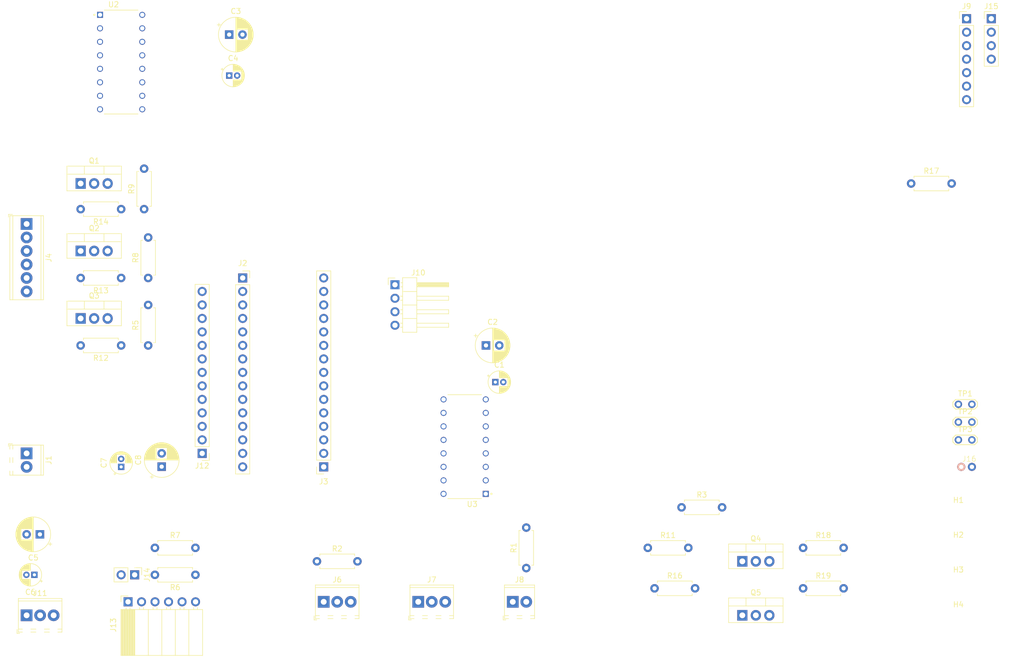
<source format=kicad_pcb>
(kicad_pcb (version 20221018) (generator pcbnew)
  (layers (0 "F.Cu" signal) (31 "B.Cu" signal) (34 "B.Paste" user) (35 "F.Paste" user) (36 "B.SilkS" user "B.Silkscreen") (37 "F.SilkS" user "F.Silkscreen") (38 "B.Mask" user) (39 "F.Mask" user) (44 "Edge.Cuts" user))
  (net 0 "")
  (net 1 "/VIN")
  (net 2 "/A0")
  (net 3 "/RSV1")
  (net 4 "/SD3")
  (net 5 "/SD2")
  (net 6 "/SD1")
  (net 7 "/CMD")
  (net 8 "/SD0")
  (net 9 "/CLK")
  (net 10 "/VCC")
  (net 11 "/EN")
  (net 12 "/RST")
  (net 13 "/RX")
  (net 14 "/D8")
  (net 15 "/D6")
  (net 16 "/D5")
  (net 17 "/D4")
  (net 18 "/D3")
  (net 19 "/D0")
  (net 20 "/WATER_DAT")
  (net 21 "/LIGHT_DAT")
  (net 22 "/Y3")
  (net 23 "/Y2")
  (net 24 "/Y1")
  (net 25 "/Y0")
  (net 26 "/X3")
  (net 27 "/RSV2")
  (net 28 "/INH")
  (net 29 "/Y")
  (net 30 "/SDA")
  (net 31 "/SCL")
  (net 32 "/T0")
  (net 33 "/P0")
  (net 34 "/D7")
  (net 35 "/TX")
  (net 36 "/Do")
  (net 37 "/S0")
  (net 38 "/S1")
  (net 39 "/S2")
  (net 40 "/VCCR")
  (net 41 "/R_LED")
  (net 42 "Earth")
  (net 43 "/P0R")
  (net 44 "Net-(J4-Pin_2)")
  (net 45 "Net-(J4-Pin_3)")
  (net 46 "Net-(J4-Pin_4)")
  (net 47 "Net-(Q1-G)")
  (net 48 "Net-(Q2-G)")
  (net 49 "Net-(Q3-G)")
  (net 50 "/D35V")
  (net 51 "Net-(Q4-G)")
  (net 52 "Net-(Q4-D)")
  (footprint "TerminalBlock_Phoenix:TerminalBlock_Phoenix_MPT-0,5-3-2.54_1x03_P2.54mm_Horizontal" (layer "F.Cu") (at 162.56 142.24)
    (fp_text reference "J7" (at 2.54 -4.16) (layer "F.SilkS"))
    (fp_text value "Water_sensor_terminal")
    (pad "" np_thru_hole circle (at 0 2.54) (size 1.1 1.1) (drill 1.1) (layers "*.Cu" "*.Mask"))
    (pad "" np_thru_hole circle (at 2.54 2.54) (size 1.1 1.1) (drill 1.1) (layers "*.Cu" "*.Mask"))
    (pad "" np_thru_hole circle (at 5.08 2.54) (size 1.1 1.1) (drill 1.1) (layers "*.Cu" "*.Mask"))
    (pad "1" thru_hole rect (at 0 0) (size 2.2 2.2) (drill 1.1) (layers "*.Cu" "*.Mask") (net 42 "Earth"))
    (pad "2" thru_hole circle (at 2.54 0) (size 2.2 2.2) (drill 1.1) (layers "*.Cu" "*.Mask") (net 20 "/WATER_DAT"))
    (pad "3" thru_hole circle (at 5.08 0) (size 2.2 2.2) (drill 1.1) (layers "*.Cu" "*.Mask") (net 10 "/VCC"))
  )
  (footprint "Resistor_THT:R_Axial_DIN0207_L6.3mm_D2.5mm_P7.62mm_Horizontal" (layer "F.Cu") (at 106.68 68.326 180)
    (fp_text reference "R14" (at 3.81 -2.37) (layer "F.SilkS"))
    (fp_text value "4.7kR")
    (pad "1" thru_hole circle (at 0 0 180) (size 1.6 1.6) (drill 0.8) (layers "*.Cu" "*.Mask") (net 39 "/S2"))
    (pad "2" thru_hole oval (at 7.62 0 180) (size 1.6 1.6) (drill 0.8) (layers "*.Cu" "*.Mask") (net 47 "Net-(Q1-G)"))
  )
  (footprint "Resistor_THT:R_Axial_DIN0207_L6.3mm_D2.5mm_P7.62mm_Horizontal" (layer "F.Cu") (at 106.68 81.28 180)
    (fp_text reference "R13" (at 3.81 -2.37) (layer "F.SilkS"))
    (fp_text value "4.7kR")
    (pad "1" thru_hole circle (at 0 0 180) (size 1.6 1.6) (drill 0.8) (layers "*.Cu" "*.Mask") (net 38 "/S1"))
    (pad "2" thru_hole oval (at 7.62 0 180) (size 1.6 1.6) (drill 0.8) (layers "*.Cu" "*.Mask") (net 48 "Net-(Q2-G)"))
  )
  (footprint "Resistor_THT:R_Axial_DIN0207_L6.3mm_D2.5mm_P7.62mm_Horizontal" (layer "F.Cu") (at 111.76 81.28 90)
    (fp_text reference "R8" (at 3.81 -2.37 90) (layer "F.SilkS"))
    (fp_text value "10kR")
    (pad "1" thru_hole circle (at 0 0 90) (size 1.6 1.6) (drill 0.8) (layers "*.Cu" "*.Mask") (net 38 "/S1"))
    (pad "2" thru_hole oval (at 7.62 0 90) (size 1.6 1.6) (drill 0.8) (layers "*.Cu" "*.Mask") (net 42 "Earth"))
  )
  (footprint "CD4052BE:DIP794W45P254L1969H508Q16" (layer "F.Cu") (at 171.29 113.03 180)
    (fp_text reference "U3" (at -1.425 -10.835) (layer "F.SilkS"))
    (fp_text value "CD4052B")
    (pad "1" thru_hole rect (at -3.97 -8.89 180) (size 1.13 1.13) (drill 0.78) (layers "*.Cu" "*.Mask") (net 25 "/Y0"))
    (pad "2" thru_hole circle (at -3.97 -6.35 180) (size 1.13 1.13) (drill 0.78) (layers "*.Cu" "*.Mask") (net 23 "/Y2"))
    (pad "3" thru_hole circle (at -3.97 -3.81 180) (size 1.13 1.13) (drill 0.78) (layers "*.Cu" "*.Mask") (net 29 "/Y"))
    (pad "4" thru_hole circle (at -3.97 -1.27 180) (size 1.13 1.13) (drill 0.78) (layers "*.Cu" "*.Mask") (net 22 "/Y3"))
    (pad "5" thru_hole circle (at -3.97 1.27 180) (size 1.13 1.13) (drill 0.78) (layers "*.Cu" "*.Mask") (net 24 "/Y1"))
    (pad "6" thru_hole circle (at -3.97 3.81 180) (size 1.13 1.13) (drill 0.78) (layers "*.Cu" "*.Mask") (net 28 "/INH"))
    (pad "7" thru_hole circle (at -3.97 6.35 180) (size 1.13 1.13) (drill 0.78) (layers "*.Cu" "*.Mask") (net 42 "Earth"))
    (pad "8" thru_hole circle (at -3.97 8.89 180) (size 1.13 1.13) (drill 0.78) (layers "*.Cu" "*.Mask") (net 42 "Earth"))
    (pad "9" thru_hole circle (at 3.97 8.89 180) (size 1.13 1.13) (drill 0.78) (layers "*.Cu" "*.Mask") (net 34 "/D7"))
    (pad "10" thru_hole circle (at 3.97 6.35 180) (size 1.13 1.13) (drill 0.78) (layers "*.Cu" "*.Mask") (net 14 "/D8"))
    (pad "11" thru_hole circle (at 3.97 3.81 180) (size 1.13 1.13) (drill 0.78) (layers "*.Cu" "*.Mask") (net 26 "/X3"))
    (pad "12" thru_hole circle (at 3.97 1.27 180) (size 1.13 1.13) (drill 0.78) (layers "*.Cu" "*.Mask") (net 43 "/P0R"))
    (pad "13" thru_hole circle (at 3.97 -1.27 180) (size 1.13 1.13) (drill 0.78) (layers "*.Cu" "*.Mask") (net 2 "/A0"))
    (pad "14" thru_hole circle (at 3.97 -3.81 180) (size 1.13 1.13) (drill 0.78) (layers "*.Cu" "*.Mask") (net 21 "/LIGHT_DAT"))
    (pad "15" thru_hole circle (at 3.97 -6.35 180) (size 1.13 1.13) (drill 0.78) (layers "*.Cu" "*.Mask") (net 20 "/WATER_DAT"))
    (pad "16" thru_hole circle (at 3.97 -8.89 180) (size 1.13 1.13) (drill 0.78) (layers "*.Cu" "*.Mask") (net 1 "/VIN"))
  )
  (footprint "MountingHole:MountingHole_2.5mm" (layer "F.Cu") (at 264.16 146.25)
    (fp_text reference "H4" (at 0 -3.5) (layer "F.SilkS"))
    (fp_text value "MountingHole")
    (pad "" np_thru_hole circle (at 0 0) (size 2.5 2.5) (drill 2.5) (layers "*.Cu" "*.Mask"))
  )
  (footprint "Package_TO_SOT_THT:TO-220-3_Vertical" (layer "F.Cu") (at 223.52 144.78)
    (fp_text reference "Q5" (at 2.54 -4.27) (layer "F.SilkS"))
    (fp_text value "IRLZ34N")
    (pad "1" thru_hole rect (at 0 0) (size 1.905 2) (drill 1.1) (layers "*.Cu" "*.Mask") (net 52 "Net-(Q4-D)"))
    (pad "2" thru_hole oval (at 2.54 0) (size 1.905 2) (drill 1.1) (layers "*.Cu" "*.Mask") (net 50 "/D35V"))
    (pad "3" thru_hole oval (at 5.08 0) (size 1.905 2) (drill 1.1) (layers "*.Cu" "*.Mask") (net 42 "Earth"))
  )
  (footprint "TerminalBlock_Phoenix:TerminalBlock_Phoenix_MPT-0,5-6-2.54_1x06_P2.54mm_Horizontal" (layer "F.Cu") (at 88.9 71.12 -90)
    (fp_text reference "J4" (at 6.35 -4.16 90) (layer "F.SilkS"))
    (fp_text value "Relay_terminal")
    (pad "1" thru_hole rect (at 0 0 270) (size 2.2 2.2) (drill 1.1) (layers "*.Cu" "*.Mask") (net 42 "Earth"))
    (pad "2" thru_hole circle (at 2.54 0 270) (size 2.2 2.2) (drill 1.1) (layers "*.Cu" "*.Mask") (net 44 "Net-(J4-Pin_2)"))
    (pad "3" thru_hole circle (at 5.08 0 270) (size 2.2 2.2) (drill 1.1) (layers "*.Cu" "*.Mask") (net 45 "Net-(J4-Pin_3)"))
    (pad "4" thru_hole circle (at 7.62 0 270) (size 2.2 2.2) (drill 1.1) (layers "*.Cu" "*.Mask") (net 46 "Net-(J4-Pin_4)"))
    (pad "5" thru_hole circle (at 10.16 0 270) (size 2.2 2.2) (drill 1.1) (layers "*.Cu" "*.Mask") (net 42 "Earth"))
    (pad "6" thru_hole circle (at 12.7 0 270) (size 2.2 2.2) (drill 1.1) (layers "*.Cu" "*.Mask") (net 1 "/VIN"))
  )
  (footprint "Connector_PinHeader_2.54mm:PinHeader_1x13_P2.54mm_Vertical" (layer "F.Cu") (at 121.92 114.3 180)
    (fp_text reference "J12" (at 0 -2.33) (layer "F.SilkS"))
    (fp_text value "ESP_pins")
    (pad "1" thru_hole rect (at 0 0 180) (size 1.7 1.7) (drill 1) (layers "*.Cu" "*.Mask") (net 42 "Earth"))
    (pad "2" thru_hole oval (at 0 2.54 180) (size 1.7 1.7) (drill 1) (layers "*.Cu" "*.Mask") (net 12 "/RST"))
    (pad "3" thru_hole oval (at 0 5.08 180) (size 1.7 1.7) (drill 1) (layers "*.Cu" "*.Mask") (net 11 "/EN"))
    (pad "4" thru_hole oval (at 0 7.62 180) (size 1.7 1.7) (drill 1) (layers "*.Cu" "*.Mask") (net 10 "/VCC"))
    (pad "5" thru_hole oval (at 0 10.16 180) (size 1.7 1.7) (drill 1) (layers "*.Cu" "*.Mask") (net 42 "Earth"))
    (pad "6" thru_hole oval (at 0 12.7 180) (size 1.7 1.7) (drill 1) (layers "*.Cu" "*.Mask") (net 9 "/CLK"))
    (pad "7" thru_hole oval (at 0 15.24 180) (size 1.7 1.7) (drill 1) (layers "*.Cu" "*.Mask") (net 8 "/SD0"))
    (pad "8" thru_hole oval (at 0 17.78 180) (size 1.7 1.7) (drill 1) (layers "*.Cu" "*.Mask") (net 7 "/CMD"))
    (pad "9" thru_hole oval (at 0 20.32 180) (size 1.7 1.7) (drill 1) (layers "*.Cu" "*.Mask") (net 6 "/SD1"))
    (pad "10" thru_hole oval (at 0 22.86 180) (size 1.7 1.7) (drill 1) (layers "*.Cu" "*.Mask") (net 5 "/SD2"))
    (pad "11" thru_hole oval (at 0 25.4 180) (size 1.7 1.7) (drill 1) (layers "*.Cu" "*.Mask") (net 4 "/SD3"))
    (pad "12" thru_hole oval (at 0 27.94 180) (size 1.7 1.7) (drill 1) (layers "*.Cu" "*.Mask") (net 27 "/RSV2"))
    (pad "13" thru_hole oval (at 0 30.48 180) (size 1.7 1.7) (drill 1) (layers "*.Cu" "*.Mask") (net 3 "/RSV1"))
  )
  (footprint "TerminalBlock_Phoenix:TerminalBlock_Phoenix_MPT-0,5-3-2.54_1x03_P2.54mm_Horizontal" (layer "F.Cu") (at 88.9 144.78)
    (fp_text reference "J11" (at 2.54 -4.16) (layer "F.SilkS"))
    (fp_text value "Servo pins")
    (pad "" np_thru_hole circle (at 0 2.54) (size 1.1 1.1) (drill 1.1) (layers "*.Cu" "*.Mask"))
    (pad "" np_thru_hole circle (at 2.54 2.54) (size 1.1 1.1) (drill 1.1) (layers "*.Cu" "*.Mask"))
    (pad "" np_thru_hole circle (at 5.08 2.54) (size 1.1 1.1) (drill 1.1) (layers "*.Cu" "*.Mask"))
    (pad "1" thru_hole rect (at 0 0) (size 2.2 2.2) (drill 1.1) (layers "*.Cu" "*.Mask") (net 42 "Earth"))
    (pad "2" thru_hole circle (at 2.54 0) (size 2.2 2.2) (drill 1.1) (layers "*.Cu" "*.Mask") (net 1 "/VIN"))
    (pad "3" thru_hole circle (at 5.08 0) (size 2.2 2.2) (drill 1.1) (layers "*.Cu" "*.Mask") (net 50 "/D35V"))
  )
  (footprint "Capacitor_THT:CP_Radial_D4.0mm_P1.50mm" (layer "F.Cu") (at 106.68 116.84 90)
    (fp_text reference "C7" (at 0.75 -3.25 90) (layer "F.SilkS"))
    (fp_text value "0.1uF")
    (pad "1" thru_hole rect (at 0 0 90) (size 1.2 1.2) (drill 0.6) (layers "*.Cu" "*.Mask") (net 42 "Earth"))
    (pad "2" thru_hole circle (at 1.5 0 90) (size 1.2 1.2) (drill 0.6) (layers "*.Cu" "*.Mask") (net 1 "/VIN"))
  )
  (footprint "Resistor_THT:R_Axial_DIN0207_L6.3mm_D2.5mm_P7.62mm_Horizontal" (layer "F.Cu") (at 255.27 63.5)
    (fp_text reference "R17" (at 3.81 -2.37) (layer "F.SilkS"))
    (fp_text value "470R")
    (pad "1" thru_hole circle (at 0 0) (size 1.6 1.6) (drill 0.8) (layers "*.Cu" "*.Mask") (net 40 "/VCCR"))
    (pad "2" thru_hole oval (at 7.62 0) (size 1.6 1.6) (drill 0.8) (layers "*.Cu" "*.Mask") (net 10 "/VCC"))
  )
  (footprint "Resistor_THT:R_Axial_DIN0207_L6.3mm_D2.5mm_P7.62mm_Horizontal" (layer "F.Cu") (at 120.65 137.16 180)
    (fp_text reference "R6" (at 3.81 -2.37) (layer "F.SilkS"))
    (fp_text value "1KR")
    (pad "1" thru_hole circle (at 0 0 180) (size 1.6 1.6) (drill 0.8) (layers "*.Cu" "*.Mask") (net 43 "/P0R"))
    (pad "2" thru_hole oval (at 7.62 0 180) (size 1.6 1.6) (drill 0.8) (layers "*.Cu" "*.Mask") (net 33 "/P0"))
  )
  (footprint "MountingHole:MountingHole_2.5mm" (layer "F.Cu") (at 264.16 126.6)
    (fp_text reference "H1" (at 0 -3.5) (layer "F.SilkS"))
    (fp_text value "MountingHole")
    (pad "" np_thru_hole circle (at 0 0) (size 2.5 2.5) (drill 2.5) (layers "*.Cu" "*.Mask"))
  )
  (footprint "Capacitor_THT:CP_Radial_D4.0mm_P1.50mm" (layer "F.Cu") (at 177.064801 100.885)
    (fp_text reference "C1" (at 0.75 -3.25) (layer "F.SilkS"))
    (fp_text value "0.1uF")
    (pad "1" thru_hole rect (at 0 0) (size 1.2 1.2) (drill 0.6) (layers "*.Cu" "*.Mask") (net 42 "Earth"))
    (pad "2" thru_hole circle (at 1.5 0) (size 1.2 1.2) (drill 0.6) (layers "*.Cu" "*.Mask") (net 1 "/VIN"))
  )
  (footprint "Package_TO_SOT_THT:TO-220-3_Vertical" (layer "F.Cu") (at 99.06 63.5)
    (fp_text reference "Q1" (at 2.54 -4.27) (layer "F.SilkS"))
    (fp_text value "IRLZ34N")
    (pad "1" thru_hole rect (at 0 0) (size 1.905 2) (drill 1.1) (layers "*.Cu" "*.Mask") (net 47 "Net-(Q1-G)"))
    (pad "2" thru_hole oval (at 2.54 0) (size 1.905 2) (drill 1.1) (layers "*.Cu" "*.Mask") (net 44 "Net-(J4-Pin_2)"))
    (pad "3" thru_hole oval (at 5.08 0) (size 1.905 2) (drill 1.1) (layers "*.Cu" "*.Mask") (net 42 "Earth"))
  )
  (footprint "CD4052BE:DIP794W45P254L1969H508Q16" (layer "F.Cu") (at 106.68 40.64)
    (fp_text reference "U2" (at -1.425 -10.835) (layer "F.SilkS"))
    (fp_text value "74HC595")
    (pad "1" thru_hole rect (at -3.97 -8.89) (size 1.13 1.13) (drill 0.78) (layers "*.Cu" "*.Mask") (net 37 "/S0"))
    (pad "2" thru_hole circle (at -3.97 -6.35) (size 1.13 1.13) (drill 0.78) (layers "*.Cu" "*.Mask") (net 38 "/S1"))
    (pad "3" thru_hole circle (at -3.97 -3.81) (size 1.13 1.13) (drill 0.78) (layers "*.Cu" "*.Mask") (net 39 "/S2"))
    (pad "4" thru_hole circle (at -3.97 -1.27) (size 1.13 1.13) (drill 0.78) (layers "*.Cu" "*.Mask") (net 42 "Earth"))
    (pad "5" thru_hole circle (at -3.97 1.27) (size 1.13 1.13) (drill 0.78) (layers "*.Cu" "*.Mask") (net 41 "/R_LED"))
    (pad "6" thru_hole circle (at -3.97 3.81) (size 1.13 1.13) (drill 0.78) (layers "*.Cu" "*.Mask") (net 42 "Earth"))
    (pad "7" thru_hole circle (at -3.97 6.35) (size 1.13 1.13) (drill 0.78) (layers "*.Cu" "*.Mask") (net 42 "Earth"))
    (pad "8" thru_hole circle (at -3.97 8.89) (size 1.13 1.13) (drill 0.78) (layers "*.Cu" "*.Mask") (net 42 "Earth"))
    (pad "9" thru_hole circle (at 3.97 8.89) (size 1.13 1.13) (drill 0.78) (layers "*.Cu" "*.Mask") (net 42 "Earth"))
    (pad "10" thru_hole circle (at 3.97 6.35) (size 1.13 1.13) (drill 0.78) (layers "*.Cu" "*.Mask") (net 10 "/VCC"))
    (pad "11" thru_hole circle (at 3.97 3.81) (size 1.13 1.13) (drill 0.78) (layers "*.Cu" "*.Mask") (net 16 "/D5"))
    (pad "12" thru_hole circle (at 3.97 1.27) (size 1.13 1.13) (drill 0.78) (layers "*.Cu" "*.Mask") (net 15 "/D6"))
    (pad "13" thru_hole circle (at 3.97 -1.27) (size 1.13 1.13) (drill 0.78) (layers "*.Cu" "*.Mask") (net 42 "Earth"))
    (pad "14" thru_hole circle (at 3.97 -3.81) (size 1.13 1.13) (drill 0.78) (layers "*.Cu" "*.Mask") (net 19 "/D0"))
    (pad "15" thru_hole circle (at 3.97 -6.35) (size 1.13 1.13) (drill 0.78) (layers "*.Cu" "*.Mask") (net 42 "Earth"))
    (pad "16" thru_hole circle (at 3.97 -8.89) (size 1.13 1.13) (drill 0.78) (layers "*.Cu" "*.Mask") (net 10 "/VCC"))
  )
  (footprint "Capacitor_THT:CP_Radial_D6.3mm_P2.50mm" (layer "F.Cu") (at 175.3 93.98)
    (fp_text reference "C2" (at 1.25 -4.4) (layer "F.SilkS"))
    (fp_text value "10uF")
    (pad "1" thru_hole rect (at 0 0) (size 1.6 1.6) (drill 0.8) (layers "*.Cu" "*.Mask") (net 42 "Earth"))
    (pad "2" thru_hole circle (at 2.5 0) (size 1.6 1.6) (drill 0.8) (layers "*.Cu" "*.Mask") (net 1 "/VIN"))
  )
  (footprint "Package_TO_SOT_THT:TO-220-3_Vertical" (layer "F.Cu") (at 223.52 134.62)
    (fp_text reference "Q4" (at 2.54 -4.27) (layer "F.SilkS"))
    (fp_text value "IRLZ34N")
    (pad "1" thru_hole rect (at 0 0) (size 1.905 2) (drill 1.1) (layers "*.Cu" "*.Mask") (net 51 "Net-(Q4-G)"))
    (pad "2" thru_hole oval (at 2.54 0) (size 1.905 2) (drill 1.1) (layers "*.Cu" "*.Mask") (net 52 "Net-(Q4-D)"))
    (pad "3" thru_hole oval (at 5.08 0) (size 1.905 2) (drill 1.1) (layers "*.Cu" "*.Mask") (net 42 "Earth"))
  )
  (footprint "Package_TO_SOT_THT:TO-220-3_Vertical" (layer "F.Cu") (at 99.06 76.2)
    (fp_text reference "Q2" (at 2.54 -4.27) (layer "F.SilkS"))
    (fp_text value "IRLZ34N")
    (pad "1" thru_hole rect (at 0 0) (size 1.905 2) (drill 1.1) (layers "*.Cu" "*.Mask") (net 48 "Net-(Q2-G)"))
    (pad "2" thru_hole oval (at 2.54 0) (size 1.905 2) (drill 1.1) (layers "*.Cu" "*.Mask") (net 45 "Net-(J4-Pin_3)"))
    (pad "3" thru_hole oval (at 5.08 0) (size 1.905 2) (drill 1.1) (layers "*.Cu" "*.Mask") (net 42 "Earth"))
  )
  (footprint "MountingHole:MountingHole_2.5mm" (layer "F.Cu") (at 264.16 139.7)
    (fp_text reference "H3" (at 0 -3.5) (layer "F.SilkS"))
    (fp_text value "MountingHole")
    (pad "" np_thru_hole circle (at 0 0) (size 2.5 2.5) (drill 2.5) (layers "*.Cu" "*.Mask"))
  )
  (footprint "TestPoint:TestPoint_2Pads_Pitch2.54mm_Drill0.8mm" (layer "F.Cu") (at 264.16 108.41)
    (fp_text reference "TP2" (at 1.3 -2) (layer "F.SilkS"))
    (fp_text value "LED_common_an")
    (pad "1" thru_hole circle (at 0 0) (size 1.4 1.4) (drill 0.8) (layers "*.Cu" "*.Mask") (net 40 "/VCCR"))
    (pad "2" thru_hole circle (at 2.54 0) (size 1.4 1.4) (drill 0.8) (layers "*.Cu" "*.Mask"))
  )
  (footprint "NXW:NXW-02P" (layer "F.Cu") (at 264.7 116.84)
    (fp_text reference "J16" (at 1.5 -1.5 unlocked) (layer "F.SilkS") (effects (font (thickness 0.1))))
    (fp_text value "Reset_button_terminal")
    (pad "1" thru_hole circle (at 2 0) (size 1.524 1.524) (drill 0.83) (layers "*.Cu" "*.Mask") (net 12 "/RST"))
    (pad "2" thru_hole circle (at 0 0) (size 1.524 1.524) (drill 0.83) (layers "*.Cu" "*.Mask" "B.SilkS") (net 42 "Earth"))
  )
  (footprint "Connector_PinHeader_2.54mm:PinHeader_1x04_P2.54mm_Vertical" (layer "F.Cu") (at 270.35 32.475)
    (fp_text reference "J15" (at 0 -2.33) (layer "F.SilkS"))
    (fp_text value "Power & RX-TX")
    (pad "1" thru_hole rect (at 0 0) (size 1.7 1.7) (drill 1) (layers "*.Cu" "*.Mask") (net 35 "/TX"))
    (pad "2" thru_hole oval (at 0 2.54) (size 1.7 1.7) (drill 1) (layers "*.Cu" "*.Mask") (net 13 "/RX"))
    (pad "3" thru_hole oval (at 0 5.08) (size 1.7 1.7) (drill 1) (layers "*.Cu" "*.Mask") (net 10 "/VCC"))
    (pad "4" thru_hole oval (at 0 7.62) (size 1.7 1.7) (drill 1) (layers "*.Cu" "*.Mask") (net 42 "Earth"))
  )
  (footprint "TerminalBlock_Phoenix:TerminalBlock_Phoenix_MPT-0,5-2-2.54_1x02_P2.54mm_Horizontal" (layer "F.Cu") (at 88.9 114.3 -90)
    (fp_text reference "J1" (at 1.27 -4.16 90) (layer "F.SilkS"))
    (fp_text value "Power_terminal")
    (pad "" np_thru_hole circle (at 0 2.54 270) (size 1.1 1.1) (drill 1.1) (layers "*.Cu" "*.Mask"))
    (pad "" np_thru_hole circle (at 2.54 2.54 270) (size 1.1 1.1) (drill 1.1) (layers "*.Cu" "*.Mask"))
    (pad "1" thru_hole rect (at 0 0 270) (size 2.2 2.2) (drill 1.1) (layers "*.Cu" "*.Mask") (net 42 "Earth"))
    (pad "2" thru_hole circle (at 2.54 0 270) (size 2.2 2.2) (drill 1.1) (layers "*.Cu" "*.Mask") (net 1 "/VIN"))
  )
  (footprint "Resistor_THT:R_Axial_DIN0207_L6.3mm_D2.5mm_P7.62mm_Horizontal" (layer "F.Cu") (at 113.03 132.08)
    (fp_text reference "R7" (at 3.81 -2.37) (layer "F.SilkS"))
    (fp_text value "2KR")
    (pad "1" thru_hole circle (at 0 0) (size 1.6 1.6) (drill 0.8) (layers "*.Cu" "*.Mask") (net 42 "Earth"))
    (pad "2" thru_hole oval (at 7.62 0) (size 1.6 1.6) (drill 0.8) (layers "*.Cu" "*.Mask") (net 43 "/P0R"))
  )
  (footprint "TerminalBlock_Phoenix:TerminalBlock_Phoenix_MPT-0,5-3-2.54_1x03_P2.54mm_Horizontal" (layer "F.Cu") (at 144.78 142.24)
    (fp_text reference "J6" (at 2.54 -4.16) (layer "F.SilkS"))
    (fp_text value "Temp_sensor_terminal")
    (pad "" np_thru_hole circle (at 0 2.54) (size 1.1 1.1) (drill 1.1) (layers "*.Cu" "*.Mask"))
    (pad "" np_thru_hole circle (at 2.54 2.54) (size 1.1 1.1) (drill 1.1) (layers "*.Cu" "*.Mask"))
    (pad "" np_thru_hole circle (at 5.08 2.54) (size 1.1 1.1) (drill 1.1) (layers "*.Cu" "*.Mask"))
    (pad "1" thru_hole rect (at 0 0) (size 2.2 2.2) (drill 1.1) (layers "*.Cu" "*.Mask") (net 42 "Earth"))
    (pad "2" thru_hole circle (at 2.54 0) (size 2.2 2.2) (drill 1.1) (layers "*.Cu" "*.Mask") (net 10 "/VCC"))
    (pad "3" thru_hole circle (at 5.08 0) (size 2.2 2.2) (drill 1.1) (layers "*.Cu" "*.Mask") (net 17 "/D4"))
  )
  (footprint "Connector_PinHeader_2.54mm:PinHeader_1x07_P2.54mm_Vertical" (layer "F.Cu") (at 265.7 32.475)
    (fp_text reference "J9" (at 0 -2.33) (layer "F.SilkS"))
    (fp_text value "MUX_pins")
    (pad "1" thru_hole rect (at 0 0) (size 1.7 1.7) (drill 1) (layers "*.Cu" "*.Mask") (net 29 "/Y"))
    (pad "2" thru_hole oval (at 0 2.54) (size 1.7 1.7) (drill 1) (layers "*.Cu" "*.Mask") (net 28 "/INH"))
    (pad "3" thru_hole oval (at 0 5.08) (size 1.7 1.7) (drill 1) (layers "*.Cu" "*.Mask") (net 26 "/X3"))
    (pad "4" thru_hole oval (at 0 7.62) (size 1.7 1.7) (drill 1) (layers "*.Cu" "*.Mask") (net 22 "/Y3"))
    (pad "5" thru_hole oval (at 0 10.16) (size 1.7 1.7) (drill 1) (layers "*.Cu" "*.Mask") (net 23 "/Y2"))
    (pad "6" thru_hole oval (at 0 12.7) (size 1.7 1.7) (drill 1) (layers "*.Cu" "*.Mask") (net 24 "/Y1"))
    (pad "7" thru_hole oval (at 0 15.24) (size 1.7 1.7) (drill 1) (layers "*.Cu" "*.Mask") (net 25 "/Y0"))
  )
  (footprint "TestPoint:TestPoint_2Pads_Pitch2.54mm_Drill0.8mm" (layer "F.Cu") (at 264.16 105.06)
    (fp_text reference "TP1" (at 1.3 -2) (layer "F.SilkS"))
    (fp_text value "LED_an_G")
    (pad "1" thru_hole circle (at 0 0) (size 1.4 1.4) (drill 0.8) (layers "*.Cu" "*.Mask") (net 42 "Earth"))
    (pad "2" thru_hole circle (at 2.54 0) (size 1.4 1.4) (drill 0.8) (layers "*.Cu" "*.Mask"))
  )
  (footprint "Capacitor_THT:CP_Radial_D4.0mm_P1.50mm" (layer "F.Cu") (at 90.36 137.16 180)
    (fp_text reference "C6" (at 0.75 -3.25) (layer "F.SilkS"))
    (fp_text value "0.1uF")
    (pad "1" thru_hole rect (at 0 0 180) (size 1.2 1.2) (drill 0.6) (layers "*.Cu" "*.Mask") (net 1 "/VIN"))
    (pad "2" thru_hole circle (at 1.5 0 180) (size 1.2 1.2) (drill 0.6) (layers "*.Cu" "*.Mask") (net 42 "Earth"))
  )
  (footprint "Resistor_THT:R_Axial_DIN0207_L6.3mm_D2.5mm_P7.62mm_Horizontal" (layer "F.Cu") (at 111.76 93.98 90)
    (fp_text reference "R5" (at 3.81 -2.37 90) (layer "F.SilkS"))
    (fp_text value "10kR")
    (pad "1" thru_hole circle (at 0 0 90) (size 1.6 1.6) (drill 0.8) (layers "*.Cu" "*.Mask") (net 37 "/S0"))
    (pad "2" thru_hole oval (at 7.62 0 90) (size 1.6 1.6) (drill 0.8) (layers "*.Cu" "*.Mask") (net 42 "Earth"))
  )
  (footprint "Connector_PinSocket_2.54mm:PinSocket_1x15_P2.54mm_Vertical" (layer "F.Cu") (at 144.78 116.84 180)
    (fp_text reference "J3" (at 0 -2.77) (layer "F.SilkS"))
    (fp_text value "ESP right side sockets")
    (pad "1" thru_hole rect (at 0 0 180) (size 1.7 1.7) (drill 1) (layers "*.Cu" "*.Mask") (net 10 "/VCC"))
    (pad "2" thru_hole oval (at 0 2.54 180) (size 1.7 1.7) (drill 1) (layers "*.Cu" "*.Mask") (net 42 "Earth"))
    (pad "3" thru_hole oval (at 0 5.08 180) (size 1.7 1.7) (drill 1) (layers "*.Cu" "*.Mask") (net 35 "/TX"))
    (pad "4" thru_hole oval (at 0 7.62 180) (size 1.7 1.7) (drill 1) (layers "*.Cu" "*.Mask") (net 13 "/RX"))
    (pad "5" thru_hole oval (at 0 10.16 180) (size 1.7 1.7) (drill 1) (layers "*.Cu" "*.Mask") (net 14 "/D8"))
    (pad "6" thru_hole oval (at 0 12.7 180) (size 1.7 1.7) (drill 1) (layers "*.Cu" "*.Mask") (net 34 "/D7"))
    (pad "7" thru_hole oval (at 0 15.24 180) (size 1.7 1.7) (drill 1) (layers "*.Cu" "*.Mask") (net 15 "/D6"))
    (pad "8" thru_hole oval (at 0 17.78 180) (size 1.7 1.7) (drill 1) (layers "*.Cu" "*.Mask") (net 16 "/D5"))
    (pad "9" thru_hole oval (at 0 20.32 180) (size 1.7 1.7) (drill 1) (layers "*.Cu" "*.Mask") (net 42 "Earth"))
    (pad "10" thru_hole oval (at 0 22.86 180) (size 1.7 1.7) (drill 1) (layers "*.Cu" "*.Mask") (net 10 "/VCC"))
    (pad "11" thru_hole oval (at 0 25.4 180) (size 1.7 1.7) (drill 1) (layers "*.Cu" "*.Mask") (net 17 "/D4"))
    (pad "12" thru_hole oval (at 0 27.94 180) (size 1.7 1.7) (drill 1) (layers "*.Cu" "*.Mask") (net 18 "/D3"))
    (pad "13" thru_hole oval (at 0 30.48 180) (size 1.7 1.7) (drill 1) (layers "*.Cu" "*.Mask") (net 30 "/SDA"))
    (pad "14" thru_hole oval (at 0 33.02 180) (size 1.7 1.7) (drill 1) (layers "*.Cu" "*.Mask") (net 31 "/SCL"))
    (pad "15" thru_hole oval (at 0 35.56 180) (size 1.7 1.7) (drill 1) (layers "*.Cu" "*.Mask") (net 19 "/D0"))
  )
  (footprint "MountingHole:MountingHole_2.5mm" (layer "F.Cu") (at 264.16 133.15)
    (fp_text reference "H2" (at 0 -3.5) (layer "F.SilkS"))
    (fp_text value "MountingHole")
    (pad "" np_thru_hole circle (at 0 0) (size 2.5 2.5) (drill 2.5) (layers "*.Cu" "*.Mask"))
  )
  (footprint "TerminalBlock_Phoenix:TerminalBlock_Phoenix_MPT-0,5-2-2.54_1x02_P2.54mm_Horizontal" (layer "F.Cu") (at 180.34 142.24)
    (fp_text reference "J8" (at 1.27 -4.16) (layer "F.SilkS"))
    (fp_text value "Light_sensor_terminal")
    (pad "" np_thru_hole circle (at 0 2.54) (size 1.1 1.1) (drill 1.1) (layers "*.Cu" "*.Mask"))
    (pad "" np_thru_hole circle (at 2.54 2.54) (size 1.1 1.1) (drill 1.1) (layers "*.Cu" "*.Mask"))
    (pad "1" thru_hole rect (at 0 0) (size 2.2 2.2) (drill 1.1) (layers "*.Cu" "*.Mask") (net 10 "/VCC"))
    (pad "2" thru_hole circle (at 2.54 0) (size 2.2 2.2) (drill 1.1) (layers "*.Cu" "*.Mask") (net 21 "/LIGHT_DAT"))
  )
  (footprint "Connector_PinHeader_2.54mm:PinHeader_1x04_P2.54mm_Horizontal" (layer "F.Cu") (at 158.185 82.56)
    (fp_text reference "J10" (at 4.385 -2.27) (layer "F.SilkS"))
    (fp_text value "LCD_pins")
    (pad "1" thru_hole rect (at 0 0) (size 1.7 1.7) (drill 1) (layers "*.Cu" "*.Mask") (net 30 "/SDA"))
    (pad "2" thru_hole oval (at 0 2.54) (size 1.7 1.7) (drill 1) (layers "*.Cu" "*.Mask") (net 31 "/SCL"))
    (pad "3" thru_hole oval (at 0 5.08) (size 1.7 1.7) (drill 1) (layers "*.Cu" "*.Mask") (net 1 "/VIN"))
    (pad "4" thru_hole oval (at 0 7.62) (size 1.7 1.7) (drill 1) (layers "*.Cu" "*.Mask") (net 42 "Earth"))
  )
  (footprint "Resistor_THT:R_Axial_DIN0207_L6.3mm_D2.5mm_P7.62mm_Horizontal" (layer "F.Cu") (at 106.68 93.98 180)
    (fp_text reference "R12" (at 3.81 -2.37) (layer "F.SilkS"))
    (fp_text value "4.7kR")
    (pad "1" thru_hole circle (at 0 0 180) (size 1.6 1.6) (drill 0.8) (layers "*.Cu" "*.Mask") (net 37 "/S0"))
    (pad "2" thru_hole oval (at 7.62 0 180) (size 1.6 1.6) (drill 0.8) (layers "*.Cu" "*.Mask") (net 49 "Net-(Q3-G)"))
  )
  (footprint "Resistor_THT:R_Axial_DIN0207_L6.3mm_D2.5mm_P7.62mm_Horizontal" (layer "F.Cu") (at 207.01 139.7)
    (fp_text reference "R16" (at 3.81 -2.37) (layer "F.SilkS"))
    (fp_text value "1k")
    (pad "1" thru_hole circle (at 0 0) (size 1.6 1.6) (drill 0.8) (layers "*.Cu" "*.Mask") (net 1 "/VIN"))
    (pad "2" thru_hole oval (at 7.62 0) (size 1.6 1.6) (drill 0.8) (layers "*.Cu" "*.Mask") (net 50 "/D35V"))
  )
  (footprint "Resistor_THT:R_Axial_DIN0207_L6.3mm_D2.5mm_P7.62mm_Horizontal" (layer "F.Cu") (at 205.74 132.08)
    (fp_text reference "R11" (at 3.81 -2.37) (layer "F.SilkS"))
    (fp_text value "4.7k")
    (pad "1" thru_hole circle (at 0 0) (size 1.6 1.6) (drill 0.8) (layers "*.Cu" "*.Mask") (net 1 "/VIN"))
    (pad "2" thru_hole oval (at 7.62 0) (size 1.6 1.6) (drill 0.8) (layers "*.Cu" "*.Mask") (net 52 "Net-(Q4-D)"))
  )
  (footprint "Capacitor_THT:CP_Radial_D6.3mm_P2.50mm" (layer "F.Cu") (at 91.4 129.54 180)
    (fp_text reference "C5" (at 1.25 -4.4) (layer "F.SilkS"))
    (fp_text value "10uF")
    (pad "1" thru_hole rect (at 0 0 180) (size 1.6 1.6) (drill 0.8) (layers "*.Cu" "*.Mask") (net 1 "/VIN"))
    (pad "2" thru_hole circle (at 2.5 0 180) (size 1.6 1.6) (drill 0.8) (layers "*.Cu" "*.Mask") (net 42 "Earth"))
  )
  (footprint "Capacitor_THT:CP_Radial_D6.3mm_P2.50mm" (layer "F.Cu") (at 127 35.47)
    (fp_text reference "C3" (at 1.25 -4.4) (layer "F.SilkS"))
    (fp_text value "10uF")
    (pad "1" thru_hole rect (at 0 0) (size 1.6 1.6) (drill 0.8) (layers "*.Cu" "*.Mask") (net 42 "Earth"))
    (pad "2" thru_hole circle (at 2.5 0) (size 1.6 1.6) (drill 0.8) (layers "*.Cu" "*.Mask") (net 10 "/VCC"))
  )
  (footprint "Package_TO_SOT_THT:TO-220-3_Vertical" (layer "F.Cu") (at 99.06 88.9)
    (fp_text reference "Q3" (at 2.54 -4.27) (layer "F.SilkS"))
    (fp_text value "IRLZ34N")
    (pad "1" thru_hole rect (at 0 0) (size 1.905 2) (drill 1.1) (layers "*.Cu" "*.Mask") (net 49 "Net-(Q3-G)"))
    (pad "2" thru_hole oval (at 2.54 0) (size 1.905 2) (drill 1.1) (layers "*.Cu" "*.Mask") (net 46 "Net-(J4-Pin_4)"))
    (pad "3" thru_hole oval (at 5.08 0) (size 1.905 2) (drill 1.1) (layers "*.Cu" "*.Mask") (net 42 "Earth"))
  )
  (footprint "Resistor_THT:R_Axial_DIN0207_L6.3mm_D2.5mm_P7.62mm_Horizontal" (layer "F.Cu") (at 110.998 68.326 90)
    (fp_text reference "R9" (at 3.81 -2.37 90) (layer "F.SilkS"))
    (fp_text value "10kR")
    (pad "1" thru_hole circle (at 0 0 90) (size 1.6 1.6) (drill 0.8) (layers "*.Cu" "*.Mask") (net 39 "/S2"))
    (pad "2" thru_hole oval (at 7.62 0 90) (size 1.6 1.6) (drill 0.8) (layers "*.Cu" "*.Mask") (net 42 "Earth"))
  )
  (footprint "Resistor_THT:R_Axial_DIN0207_L6.3mm_D2.5mm_P7.62mm_Horizontal" (layer "F.Cu") (at 234.95 139.7)
    (fp_text reference "R19" (at 3.81 -2.37) (layer "F.SilkS"))
    (fp_text value "100k")
    (pad "1" thru_hole circle (at 0 0) (size 1.6 1.6) (drill 0.8) (layers "*.Cu" "*.Mask") (net 50 "/D35V"))
    (pad "2" thru_hole oval (at 7.62 0) (size 1.6 1.6) (drill 0.8) (layers "*.Cu" "*.Mask") (net 42 "Earth"))
  )
  (footprint "Resistor_THT:R_Axial_DIN0207_L6.3mm_D2.5mm_P7.62mm_Horizontal" (layer "F.Cu") (at 143.51 134.62)
    (fp_text reference "R2" (at 3.81 -2.37) (layer "F.SilkS"))
    (fp_text value "4700R")
    (pad "1" thru_hole circle (at 0 0) (size 1.6 1.6) (drill 0.8) (layers "*.Cu" "*.Mask") (net 10 "/VCC"))
    (pad "2" thru_hole oval (at 7.62 0) (size 1.6 1.6) (drill 0.8) (layers "*.Cu" "*.Mask") (net 17 "/D4"))
  )
  (footprint "Connector_PinSocket_2.54mm:PinSocket_1x15_P2.54mm_Vertical" (layer "F.Cu") (at 129.54 81.28)
    (fp_text reference "J2" (at 0 -2.77) (layer "F.SilkS"))
    (fp_text value "ESP left side sockets")
    (pad "1" thru_hole rect (at 0 0) (size 1.7 1.7) (drill 1) (layers "*.Cu" "*.Mask") (net 2 "/A0"))
    (pad "2" thru_hole oval (at 0 2.54) (size 1.7 1.7) (drill 1) (layers "*.Cu" "*.Mask") (net 3 "/RSV1"))
    (pad "3" thru_hole oval (at 0 5.08) (size 1.7 1.7) (drill 1) (layers "*.Cu" "*.Mask") (net 27 "/RSV2"))
    (pad "4" thru_hole oval (at 0 7.62) (size 1.7 1.7) (drill 1) (layers "*.Cu" "*.Mask") (net 4 "/SD3"))
    (pad "5" thru_hole oval (at 0 10.16) (size 1.7 1.7) (drill 1) (layers "*.Cu" "*.Mask") (net 5 "/SD2"))
    (pad "6" thru_hole oval (at 0 12.7) (size 1.7 1.7) (drill 1) (layers "*.Cu" "*.Mask") (net 6 "/SD1"))
    (pad "7" thru_hole oval (at 0 15.24) (size 1.7 1.7) (drill 1) (layers "*.Cu" "*.Mask") (net 7 "/CMD"))
    (pad "8" thru_hole oval (at 0 17.78) (size 1.7 1.7) (drill 1) (layers "*.Cu" "*.Mask") (net 8 "/SD0"))
    (pad "9" thru_hole oval (at 0 20.32) (size 1.7 1.7) (drill 1) (layers "*.Cu" "*.Mask") (net 9 "/CLK"))
    (pad "10" thru_hole oval (at 0 22.86) (size 1.7 1.7) (drill 1) (layers "*.Cu" "*.Mask") (net 42 "Earth"))
    (pad "11" thru_hole oval (at 0 25.4) (size 1.7 1.7) (drill 1) (layers "*.Cu" "*.Mask") (net 10 "/VCC"))
    (pad "12" thru_hole oval (at 0 27.94) (size 1.7 1.7) (drill 1) (layers "*.Cu" "*.Mask") (net 11 "/EN"))
    (pad "13" thru_hole oval (at 0 30.48) (size 1.7 1.7) (drill 1) (layers "*.Cu" "*.Mask") (net 12 "/RST"))
    (pad "14" thru_hole oval (at 0 33.02) (size 1.7 1.7) (drill 1) (layers "*.Cu" "*.Mask") (net 42 "Earth"))
    (pad "15" thru_hole oval (at 0 35.56) (size 1.7 1.7) (drill 1) (layers "*.Cu" "*.Mask") (net 1 "/VIN"))
  )
  (footprint "Connector_PinHeader_2.54mm:PinHeader_1x02_P2.54mm_Vertical" (layer "F.Cu") (at 109.22 137.16 -90)
    (fp_text reference "J14" (at 0 -2.33 90) (layer "F.SilkS"))
    (fp_text value "Ph_sesnor-pins")
    (pad "1" thru_hole rect (at 0 0 270) (size 1.7 1.7) (drill 1) (layers "*.Cu" "*.Mask") (net 36 "/Do"))
    (pad "2" thru_hole oval (at 0 2.54 270) (size 1.7 1.7) (drill 1) (layers "*.Cu" "*.Mask") (net 32 "/T0"))
  )
  (footprint "Capacitor_THT:CP_Radial_D6.3mm_P2.50mm" (layer "F.Cu") (at 114.3 116.8 90)
    (fp_text reference "C8" (at 1.25 -4.4 90) (layer "F.SilkS"))
    (fp_text value "10uF")
    (pad "1" thru_hole rect (at 0 0 90) (size 1.6 1.6) (drill 0.8) (layers "*.Cu" "*.Mask") (net 42 "Earth"))
    (pad "2" thru_hole circle (at 2.5 0 90) (size 1.6 1.6) (drill 0.8) (layers "*.Cu" "*.Mask") (net 1 "/VIN"))
  )
  (footprint "Resistor_THT:R_Axial_DIN0207_L6.3mm_D2.5mm_P7.62mm_Horizontal" (layer "F.Cu") (at 234.95 132.08)
    (fp_text reference "R18" (at 3.81 -2.37) (layer "F.SilkS"))
    (fp_text value "100k")
    (pad "1" thru_hole circle (at 0 0) (size 1.6 1.6) (drill 0.8) (layers "*.Cu" "*.Mask") (net 52 "Net-(Q4-D)"))
    (pad "2" thru_hole oval (at 7.62 0) (size 1.6 1.6) (drill 0.8) (layers "*.Cu" "*.Mask") (net 42 "Earth"))
  )
  (footprint "TestPoint:TestPoint_2Pads_Pitch2.54mm_Drill0.8mm" (layer "F.Cu") (at 264.16 111.76)
    (fp_text reference "TP3" (at 1.3 -2) (layer "F.SilkS"))
    (fp_text value "LED_an_R")
    (pad "1" thru_hole circle (at 0 0) (size 1.4 1.4) (drill 0.8) (layers "*.Cu" "*.Mask") (net 41 "/R_LED"))
    (pad "2" thru_hole circle (at 2.54 0) (size 1.4 1.4) (drill 0.8) (layers "*.Cu" "*.Mask"))
  )
  (footprint "Resistor_THT:R_Axial_DIN0207_L6.3mm_D2.5mm_P7.62mm_Horizontal" (layer "F.Cu") (at 182.88 135.89 90)
    (fp_text reference "R1" (at 3.81 -2.37 90) (layer "F.SilkS"))
    (fp_text value "10kR")
    (pad "1" thru_hole circle (at 0 0 90) (size 1.6 1.6) (drill 0.8) (layers "*.Cu" "*.Mask") (net 21 "/LIGHT_DAT"))
    (pad "2" thru_hole oval (at 7.62 0 90) (size 1.6 1.6) (drill 0.8) (layers "*.Cu" "*.Mask") (net 42 "Earth"))
  )
  (footprint "Resistor_THT:R_Axial_DIN0207_L6.3mm_D2.5mm_P7.62mm_Horizontal" (layer "F.Cu") (at 212.09 124.46)
    (fp_text reference "R3" (at 3.81 -2.37) (layer "F.SilkS"))
    (fp_text value "4.7k")
    (pad "1" thru_hole circle (at 0 0) (size 1.6 1.6) (drill 0.8) (layers "*.Cu" "*.Mask") (net 18 "/D3"))
    (pad "2" thru_hole oval (at 7.62 0) (size 1.6 1.6) (drill 0.8) (layers "*.Cu" "*.Mask") (net 51 "Net-(Q4-G)"))
  )
  (footprint "Capacitor_THT:CP_Radial_D4.0mm_P1.50mm" (layer "F.Cu") (at 127 43.18)
    (fp_text reference "C4" (at 0.75 -3.25) (layer "F.SilkS"))
    (fp_text value "0.1uF")
    (pad "1" thru_hole rect (at 0 0) (size 1.2 1.2) (drill 0.6) (layers "*.Cu" "*.Mask") (net 42 "Earth"))
    (pad "2" thru_hole circle (at 1.5 0) (size 1.2 1.2) (drill 0.6) (layers "*.Cu" "*.Mask") (net 10 "/VCC"))
  )
  (footprint "Connector_PinSocket_2.54mm:PinSocket_1x06_P2.54mm_Horizontal" (layer "F.Cu") (at 107.975 142.24 90)
    (fp_text reference "J13" (at -4.38 -2.77 90) (layer "F.SilkS"))
    (fp_text value "PH_sensor_sockets")
    (pad "1" thru_hole rect (at 0 0 90) (size 1.7 1.7) (drill 1) (layers "*.Cu" "*.Mask") (net 32 "/T0"))
    (pad "2" thru_hole oval (at 0 2.54 90) (size 1.7 1.7) (drill 1) (layers "*.Cu" "*.Mask") (net 36 "/Do"))
    (pad "3" thru_hole oval (at 0 5.08 90) (size 1.7 1.7) (drill 1) (layers "*.Cu" "*.Mask") (net 33 "/P0"))
    (pad "4" thru_hole oval (at 0 7.62 90) (size 1.7 1.7) (drill 1) (layers "*.Cu" "*.Mask") (net 42 "Earth"))
    (pad "5" thru_hole oval (at 0 10.16 90) (size 1.7 1.7) (drill 1) (layers "*.Cu" "*.Mask") (net 42 "Earth"))
    (pad "6" thru_hole oval (at 0 12.7 90) (size 1.7 1.7) (drill 1) (layers "*.Cu" "*.Mask") (net 1 "/VIN"))
  )
)
</source>
